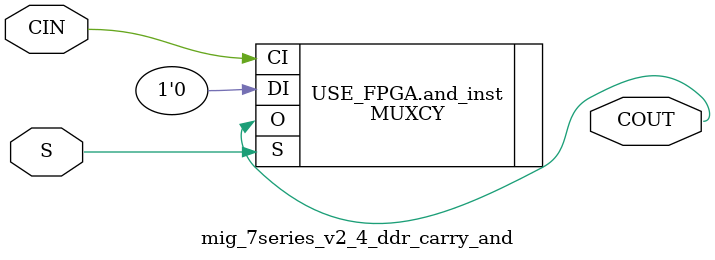
<source format=v>
`timescale 1ps/1ps


module mig_7series_v2_4_ddr_carry_and #
  (
   parameter         C_FAMILY                         = "virtex6"
                       // FPGA Family. Current version: virtex6 or spartan6.
   )
  (
   input  wire        CIN,
   input  wire        S,
   output wire        COUT
   );
  
  
  /////////////////////////////////////////////////////////////////////////////
  // Variables for generating parameter controlled instances.
  /////////////////////////////////////////////////////////////////////////////
  
  
  /////////////////////////////////////////////////////////////////////////////
  // Local params
  /////////////////////////////////////////////////////////////////////////////
  
  
  /////////////////////////////////////////////////////////////////////////////
  // Functions
  /////////////////////////////////////////////////////////////////////////////
  
  
  /////////////////////////////////////////////////////////////////////////////
  // Internal signals
  /////////////////////////////////////////////////////////////////////////////

  
  /////////////////////////////////////////////////////////////////////////////
  // Instantiate or use RTL code
  /////////////////////////////////////////////////////////////////////////////
  
  generate
    if ( C_FAMILY == "rtl" ) begin : USE_RTL
      assign COUT = CIN & S;
      
    end else begin : USE_FPGA
      MUXCY and_inst 
      (
       .O (COUT), 
       .CI (CIN), 
       .DI (1'b0), 
       .S (S)
      ); 
      
    end
  endgenerate
  
  
endmodule

</source>
